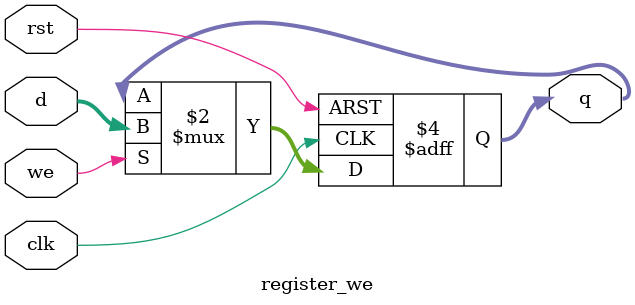
<source format=v>
module register_we (
    input        clk,
    input        rst,          
    input        we,
    input  [15:0] d,
    output reg [15:0] q
);
    always @(posedge clk or posedge rst) begin
        if (rst)
            q <= 16'b0;
        else if (we)
            q <= d;
    end
endmodule

</source>
